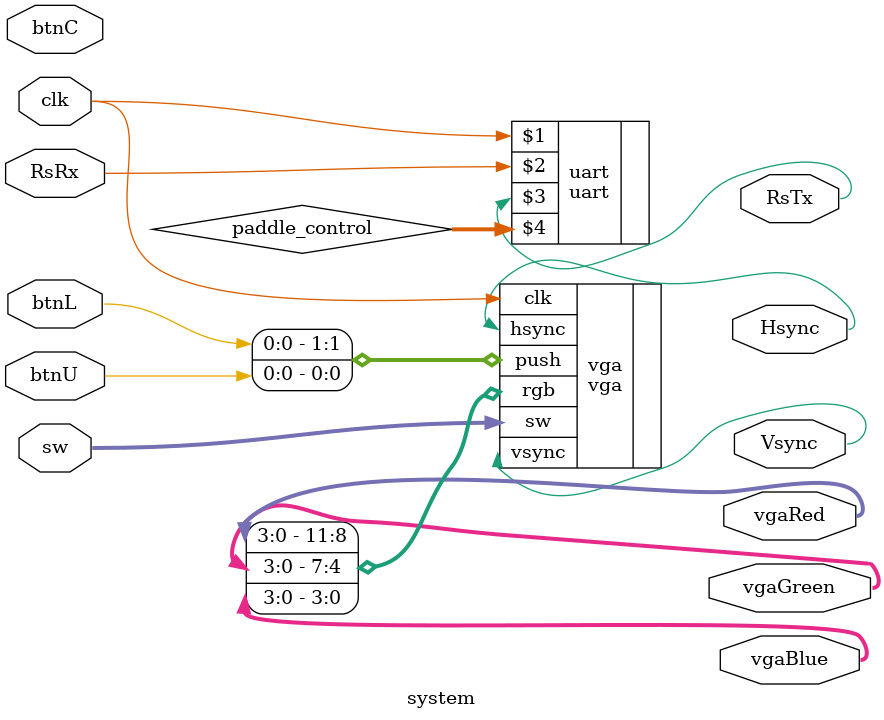
<source format=v>
module system(
    input wire [11:0]sw, //vga
    input btnC, btnU, btnL, //vga
    output wire Hsync, Vsync, //vga
    output wire [3:0] vgaRed, vgaGreen, vgaBlue, //vga
    output wire RsTx, //uart
    input wire RsRx, //uart
    input clk //both
    );
    reg [3:0] paddle_control;
vga vga(
    .clk(clk), .sw(sw),
    .push({btnL, btnU}),
    .hsync(Hsync), .vsync(Vsync),
    .rgb({vgaRed, vgaGreen, vgaBlue})
    );


uart uart(clk,RsRx,RsTx,paddle_control);
   
endmodule

</source>
